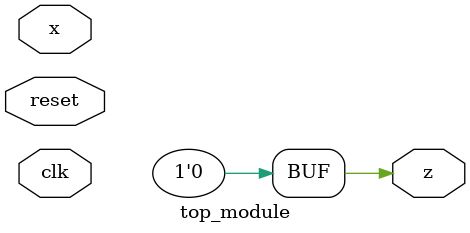
<source format=sv>
module top_module (
	input clk,
	input reset,
	input x,
	output reg z
);
	reg [2:0] y;

	always @(posedge clk or posedge reset) begin
		if (reset)
			y <= 3'b000;
		else begin
			case (y)
				3'b000: begin
					if (x)
						y <= 3'b001;
				end
				3'b001: begin
					if (x)
						y <= 3'b100;
					else
						y <= 3'b001;
				end
				3'b010: begin
					if (x)
						y <= 3'b001;
					else
						y <= 3'b010;
				end
				3'b011: begin
					if (x)
						y <= 3'b010;
					else
						y <= 3'b001;
					z <= 1;
				end
				3'b100: begin
					if (x)
						y <= 3'b100;
					else
						y <= 3'b011;
					z <= 1;
				end
			endcase
		end
	end

	assign z = 0;

endmodule

</source>
